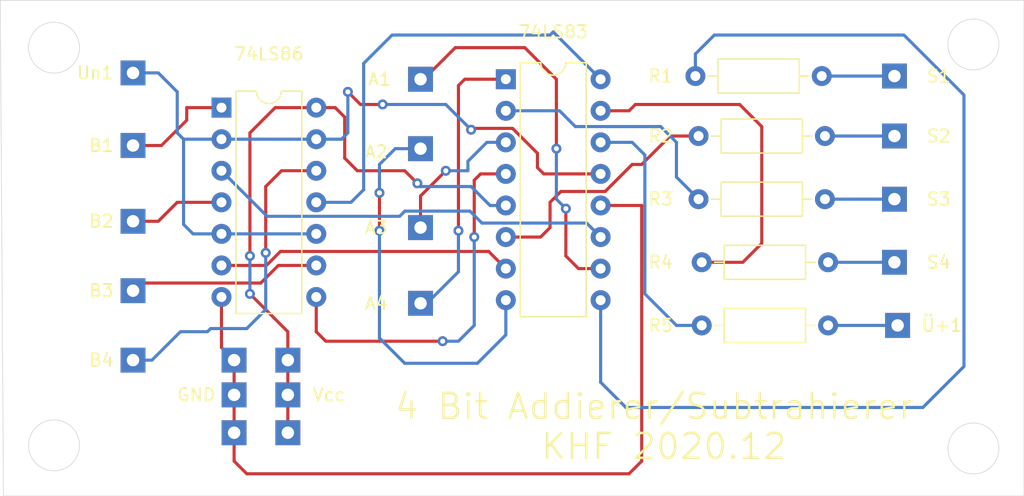
<source format=kicad_pcb>
(kicad_pcb (version 20221018) (generator pcbnew)
  (layers (0 "F.Cu" signal) (31 "B.Cu" signal) (34 "B.Paste" user) (35 "F.Paste" user) (36 "B.SilkS" user "B.Silkscreen") (37 "F.SilkS" user "F.Silkscreen") (38 "B.Mask" user) (39 "F.Mask" user) (44 "Edge.Cuts" user))
  (net 0 "")
  (net 1 "Net-(R1-Pad2)")
  (net 2 "Net-(R1-Pad1)")
  (net 3 "Net-(R2-Pad1)")
  (net 4 "Net-(R2-Pad2)")
  (net 5 "Net-(R3-Pad2)")
  (net 6 "Net-(R3-Pad1)")
  (net 7 "Net-(R4-Pad1)")
  (net 8 "Net-(R4-Pad2)")
  (net 9 "Net-(R5-Pad1)")
  (net 10 "Net-(R5-Pad2)")
  (net 11 "Net-(U1-Pad1)")
  (net 12 "Net-(U2-Pad1)")
  (net 13 "Net-(U3-Pad1)")
  (net 14 "Net-(U4-Pad1)")
  (net 15 "Net-(U5-Pad1)")
  (net 16 "+5V")
  (net 17 "Net-(U13-Pad4)")
  (net 18 "Net-(U13-Pad11)")
  (net 19 "Net-(U13-Pad16)")
  (net 20 "Net-(U13-Pad7)")
  (net 21 "GND")
  (net 22 "Net-(U13-Pad10)")
  (net 23 "Net-(U10-Pad1)")
  (net 24 "Net-(U11-Pad1)")
  (net 25 "Net-(U12-Pad1)")
  (footprint "Resistor_THT:R_Axial_DIN0207_L6.3mm_D2.5mm_P10.16mm_Horizontal" (layer "F.Cu") (at 142.748 114.046 180)
    (fp_text reference "R1" (at 12.954 0) (layer "F.SilkS"))
    (fp_text value "R")
    (fp_line (start 1.04 0) (end 1.81 0) (stroke (width 0.12)) (layer "F.SilkS"))
    (fp_line (start 1.81 -1.37) (end 1.81 1.37) (stroke (width 0.12)) (layer "F.SilkS"))
    (fp_line (start 1.81 1.37) (end 8.35 1.37) (stroke (width 0.12)) (layer "F.SilkS"))
    (fp_line (start 8.35 -1.37) (end 1.81 -1.37) (stroke (width 0.12)) (layer "F.SilkS"))
    (fp_line (start 8.35 1.37) (end 8.35 -1.37) (stroke (width 0.12)) (layer "F.SilkS"))
    (fp_line (start 9.12 0) (end 8.35 0) (stroke (width 0.12)) (layer "F.SilkS"))
    (pad "1" thru_hole circle (at 0 0 180) (size 1.6 1.6) (drill 0.8) (layers "*.Cu" "*.Mask") (net 2 "Net-(R1-Pad1)"))
    (pad "2" thru_hole oval (at 10.16 0 180) (size 1.6 1.6) (drill 0.8) (layers "*.Cu" "*.Mask") (net 1 "Net-(R1-Pad2)"))
  )
  (footprint "Resistor_THT:R_Axial_DIN0207_L6.3mm_D2.5mm_P10.16mm_Horizontal" (layer "F.Cu") (at 143.002 118.872 180)
    (fp_text reference "R2" (at 13.208 0) (layer "F.SilkS"))
    (fp_text value "R")
    (fp_line (start 1.04 0) (end 1.81 0) (stroke (width 0.12)) (layer "F.SilkS"))
    (fp_line (start 1.81 -1.37) (end 1.81 1.37) (stroke (width 0.12)) (layer "F.SilkS"))
    (fp_line (start 1.81 1.37) (end 8.35 1.37) (stroke (width 0.12)) (layer "F.SilkS"))
    (fp_line (start 8.35 -1.37) (end 1.81 -1.37) (stroke (width 0.12)) (layer "F.SilkS"))
    (fp_line (start 8.35 1.37) (end 8.35 -1.37) (stroke (width 0.12)) (layer "F.SilkS"))
    (fp_line (start 9.12 0) (end 8.35 0) (stroke (width 0.12)) (layer "F.SilkS"))
    (pad "1" thru_hole circle (at 0 0 180) (size 1.6 1.6) (drill 0.8) (layers "*.Cu" "*.Mask") (net 3 "Net-(R2-Pad1)"))
    (pad "2" thru_hole oval (at 10.16 0 180) (size 1.6 1.6) (drill 0.8) (layers "*.Cu" "*.Mask") (net 4 "Net-(R2-Pad2)"))
  )
  (footprint "Resistor_THT:R_Axial_DIN0207_L6.3mm_D2.5mm_P10.16mm_Horizontal" (layer "F.Cu") (at 143.002 123.952 180)
    (fp_text reference "R3" (at 13.208 0) (layer "F.SilkS"))
    (fp_text value "R")
    (fp_line (start 1.04 0) (end 1.81 0) (stroke (width 0.12)) (layer "F.SilkS"))
    (fp_line (start 1.81 -1.37) (end 1.81 1.37) (stroke (width 0.12)) (layer "F.SilkS"))
    (fp_line (start 1.81 1.37) (end 8.35 1.37) (stroke (width 0.12)) (layer "F.SilkS"))
    (fp_line (start 8.35 -1.37) (end 1.81 -1.37) (stroke (width 0.12)) (layer "F.SilkS"))
    (fp_line (start 8.35 1.37) (end 8.35 -1.37) (stroke (width 0.12)) (layer "F.SilkS"))
    (fp_line (start 9.12 0) (end 8.35 0) (stroke (width 0.12)) (layer "F.SilkS"))
    (pad "1" thru_hole circle (at 0 0 180) (size 1.6 1.6) (drill 0.8) (layers "*.Cu" "*.Mask") (net 6 "Net-(R3-Pad1)"))
    (pad "2" thru_hole oval (at 10.16 0 180) (size 1.6 1.6) (drill 0.8) (layers "*.Cu" "*.Mask") (net 5 "Net-(R3-Pad2)"))
  )
  (footprint "Resistor_THT:R_Axial_DIN0207_L6.3mm_D2.5mm_P10.16mm_Horizontal" (layer "F.Cu") (at 143.256 129.032 180)
    (fp_text reference "R4" (at 13.462 0) (layer "F.SilkS"))
    (fp_text value "R")
    (fp_line (start 1.04 0) (end 1.81 0) (stroke (width 0.12)) (layer "F.SilkS"))
    (fp_line (start 1.81 -1.37) (end 1.81 1.37) (stroke (width 0.12)) (layer "F.SilkS"))
    (fp_line (start 1.81 1.37) (end 8.35 1.37) (stroke (width 0.12)) (layer "F.SilkS"))
    (fp_line (start 8.35 -1.37) (end 1.81 -1.37) (stroke (width 0.12)) (layer "F.SilkS"))
    (fp_line (start 8.35 1.37) (end 8.35 -1.37) (stroke (width 0.12)) (layer "F.SilkS"))
    (fp_line (start 9.12 0) (end 8.35 0) (stroke (width 0.12)) (layer "F.SilkS"))
    (pad "1" thru_hole circle (at 0 0 180) (size 1.6 1.6) (drill 0.8) (layers "*.Cu" "*.Mask") (net 7 "Net-(R4-Pad1)"))
    (pad "2" thru_hole oval (at 10.16 0 180) (size 1.6 1.6) (drill 0.8) (layers "*.Cu" "*.Mask") (net 8 "Net-(R4-Pad2)"))
  )
  (footprint "Resistor_THT:R_Axial_DIN0207_L6.3mm_D2.5mm_P10.16mm_Horizontal" (layer "F.Cu") (at 143.256 134.112 180)
    (fp_text reference "R5" (at 13.462 0) (layer "F.SilkS"))
    (fp_text value "R")
    (fp_line (start 1.04 0) (end 1.81 0) (stroke (width 0.12)) (layer "F.SilkS"))
    (fp_line (start 1.81 -1.37) (end 1.81 1.37) (stroke (width 0.12)) (layer "F.SilkS"))
    (fp_line (start 1.81 1.37) (end 8.35 1.37) (stroke (width 0.12)) (layer "F.SilkS"))
    (fp_line (start 8.35 -1.37) (end 1.81 -1.37) (stroke (width 0.12)) (layer "F.SilkS"))
    (fp_line (start 8.35 1.37) (end 8.35 -1.37) (stroke (width 0.12)) (layer "F.SilkS"))
    (fp_line (start 9.12 0) (end 8.35 0) (stroke (width 0.12)) (layer "F.SilkS"))
    (pad "1" thru_hole circle (at 0 0 180) (size 1.6 1.6) (drill 0.8) (layers "*.Cu" "*.Mask") (net 9 "Net-(R5-Pad1)"))
    (pad "2" thru_hole oval (at 10.16 0 180) (size 1.6 1.6) (drill 0.8) (layers "*.Cu" "*.Mask") (net 10 "Net-(R5-Pad2)"))
  )
  (footprint "KHF_LIB:LP" (layer "F.Cu") (at 87.376 113.792)
    (fp_text reference "Un1" (at -3.048 0) (layer "F.SilkS"))
    (fp_text value "Un1")
    (pad "1" thru_hole rect (at 0 0) (size 2 2) (drill 1) (layers "*.Cu" "*.Mask") (net 11 "Net-(U1-Pad1)"))
  )
  (footprint "KHF_LIB:LP" (layer "F.Cu") (at 87.376 119.634)
    (fp_text reference "B1" (at -2.54 0) (layer "F.SilkS"))
    (fp_text value "B1")
    (pad "1" thru_hole rect (at 0 0) (size 2 2) (drill 1) (layers "*.Cu" "*.Mask") (net 12 "Net-(U2-Pad1)"))
  )
  (footprint "KHF_LIB:LP" (layer "F.Cu") (at 87.376 125.73)
    (fp_text reference "B2" (at -2.54 0) (layer "F.SilkS"))
    (fp_text value "B2")
    (pad "1" thru_hole rect (at 0 0) (size 2 2) (drill 1) (layers "*.Cu" "*.Mask") (net 13 "Net-(U3-Pad1)"))
  )
  (footprint "KHF_LIB:LP" (layer "F.Cu") (at 87.376 131.318)
    (fp_text reference "B3" (at -2.54 0) (layer "F.SilkS"))
    (fp_text value "B3")
    (pad "1" thru_hole rect (at 0 0) (size 2 2) (drill 1) (layers "*.Cu" "*.Mask") (net 14 "Net-(U4-Pad1)"))
  )
  (footprint "KHF_LIB:LP" (layer "F.Cu") (at 87.376 136.906)
    (fp_text reference "B4" (at -2.54 0) (layer "F.SilkS"))
    (fp_text value "B4")
    (pad "1" thru_hole rect (at 0 0) (size 2 2) (drill 1) (layers "*.Cu" "*.Mask") (net 15 "Net-(U5-Pad1)"))
  )
  (footprint "KHF_LIB:LP" (layer "F.Cu") (at 99.822 136.906)
    (fp_text reference "Vcc" (at 3.302 2.794) (layer "F.SilkS"))
    (fp_text value "LP_A")
    (pad "1" thru_hole rect (at 0 0) (size 2 2) (drill 1) (layers "*.Cu" "*.Mask") (net 16 "+5V"))
  )
  (footprint "Package_DIP:DIP-14_W7.62mm" (layer "F.Cu") (at 94.488 116.586)
    (fp_text reference "74LS86" (at 3.81 -4.318) (layer "F.SilkS"))
    (fp_text value "7486")
    (fp_line (start 1.16 -1.33) (end 1.16 16.57) (stroke (width 0.12)) (layer "F.SilkS"))
    (fp_line (start 1.16 16.57) (end 6.46 16.57) (stroke (width 0.12)) (layer "F.SilkS"))
    (fp_line (start 2.81 -1.33) (end 1.16 -1.33) (stroke (width 0.12)) (layer "F.SilkS"))
    (fp_line (start 6.46 -1.33) (end 4.81 -1.33) (stroke (width 0.12)) (layer "F.SilkS"))
    (fp_line (start 6.46 16.57) (end 6.46 -1.33) (stroke (width 0.12)) (layer "F.SilkS"))
    (fp_arc (start 4.81 -1.33) (mid 3.81 -0.33) (end 2.81 -1.33) (stroke (width 0.12)) (layer "F.SilkS"))
    (pad "1" thru_hole rect (at 0 0) (size 1.6 1.6) (drill 0.8) (layers "*.Cu" "*.Mask") (net 12 "Net-(U2-Pad1)"))
    (pad "2" thru_hole oval (at 0 2.54) (size 1.6 1.6) (drill 0.8) (layers "*.Cu" "*.Mask") (net 11 "Net-(U1-Pad1)"))
    (pad "3" thru_hole oval (at 0 5.08) (size 1.6 1.6) (drill 0.8) (layers "*.Cu" "*.Mask") (net 18 "Net-(U13-Pad11)"))
    (pad "4" thru_hole oval (at 0 7.62) (size 1.6 1.6) (drill 0.8) (layers "*.Cu" "*.Mask") (net 13 "Net-(U3-Pad1)"))
    (pad "5" thru_hole oval (at 0 10.16) (size 1.6 1.6) (drill 0.8) (layers "*.Cu" "*.Mask") (net 11 "Net-(U1-Pad1)"))
    (pad "6" thru_hole oval (at 0 12.7) (size 1.6 1.6) (drill 0.8) (layers "*.Cu" "*.Mask") (net 20 "Net-(U13-Pad7)"))
    (pad "7" thru_hole oval (at 0 15.24) (size 1.6 1.6) (drill 0.8) (layers "*.Cu" "*.Mask") (net 21 "GND"))
    (pad "8" thru_hole oval (at 7.62 15.24) (size 1.6 1.6) (drill 0.8) (layers "*.Cu" "*.Mask") (net 17 "Net-(U13-Pad4)"))
    (pad "9" thru_hole oval (at 7.62 12.7) (size 1.6 1.6) (drill 0.8) (layers "*.Cu" "*.Mask") (net 14 "Net-(U4-Pad1)"))
    (pad "10" thru_hole oval (at 7.62 10.16) (size 1.6 1.6) (drill 0.8) (layers "*.Cu" "*.Mask") (net 11 "Net-(U1-Pad1)"))
    (pad "11" thru_hole oval (at 7.62 7.62) (size 1.6 1.6) (drill 0.8) (layers "*.Cu" "*.Mask") (net 19 "Net-(U13-Pad16)"))
    (pad "12" thru_hole oval (at 7.62 5.08) (size 1.6 1.6) (drill 0.8) (layers "*.Cu" "*.Mask") (net 15 "Net-(U5-Pad1)"))
    (pad "13" thru_hole oval (at 7.62 2.54) (size 1.6 1.6) (drill 0.8) (layers "*.Cu" "*.Mask") (net 11 "Net-(U1-Pad1)"))
    (pad "14" thru_hole oval (at 7.62 0) (size 1.6 1.6) (drill 0.8) (layers "*.Cu" "*.Mask") (net 16 "+5V"))
  )
  (footprint "KHF_LIB:LP" (layer "F.Cu") (at 95.504 136.906)
    (fp_text reference "GND" (at -3.048 2.794) (layer "F.SilkS"))
    (fp_text value "LP_E")
    (pad "1" thru_hole rect (at 0 0) (size 2 2) (drill 1) (layers "*.Cu" "*.Mask") (net 21 "GND"))
  )
  (footprint "KHF_LIB:LP" (layer "F.Cu") (at 110.49 114.3)
    (fp_text reference "A1" (at -3.302 0) (layer "F.SilkS"))
    (fp_text value "A1")
    (pad "1" thru_hole rect (at 0 0) (size 2 2) (drill 1) (layers "*.Cu" "*.Mask") (net 22 "Net-(U13-Pad10)"))
  )
  (footprint "KHF_LIB:LP" (layer "F.Cu") (at 110.49 119.888)
    (fp_text reference "A2" (at -3.556 0.254) (layer "F.SilkS"))
    (fp_text value "A2")
    (pad "1" thru_hole rect (at 0 0) (size 2 2) (drill 1) (layers "*.Cu" "*.Mask") (net 23 "Net-(U10-Pad1)"))
  )
  (footprint "KHF_LIB:LP" (layer "F.Cu") (at 110.49 126.238)
    (fp_text reference "A3" (at -3.556 0) (layer "F.SilkS"))
    (fp_text value "A3")
    (pad "1" thru_hole rect (at 0 0) (size 2 2) (drill 1) (layers "*.Cu" "*.Mask") (net 24 "Net-(U11-Pad1)"))
  )
  (footprint "KHF_LIB:LP" (layer "F.Cu") (at 110.49 132.334)
    (fp_text reference "A4" (at -3.556 0) (layer "F.SilkS"))
    (fp_text value "A4")
    (pad "1" thru_hole rect (at 0 0) (size 2 2) (drill 1) (layers "*.Cu" "*.Mask") (net 25 "Net-(U12-Pad1)"))
  )
  (footprint "Package_DIP:DIP-16_W7.62mm" (layer "F.Cu") (at 117.348 114.3)
    (fp_text reference "74LS83" (at 3.81 -3.81) (layer "F.SilkS"))
    (fp_text value "7483")
    (fp_line (start 1.16 -1.33) (end 1.16 19.11) (stroke (width 0.12)) (layer "F.SilkS"))
    (fp_line (start 1.16 19.11) (end 6.46 19.11) (stroke (width 0.12)) (layer "F.SilkS"))
    (fp_line (start 2.81 -1.33) (end 1.16 -1.33) (stroke (width 0.12)) (layer "F.SilkS"))
    (fp_line (start 6.46 -1.33) (end 4.81 -1.33) (stroke (width 0.12)) (layer "F.SilkS"))
    (fp_line (start 6.46 19.11) (end 6.46 -1.33) (stroke (width 0.12)) (layer "F.SilkS"))
    (fp_arc (start 4.81 -1.33) (mid 3.81 -0.33) (end 2.81 -1.33) (stroke (width 0.12)) (layer "F.SilkS"))
    (pad "1" thru_hole rect (at 0 0) (size 1.6 1.6) (drill 0.8) (layers "*.Cu" "*.Mask") (net 25 "Net-(U12-Pad1)"))
    (pad "2" thru_hole oval (at 0 2.54) (size 1.6 1.6) (drill 0.8) (layers "*.Cu" "*.Mask") (net 5 "Net-(R3-Pad2)"))
    (pad "3" thru_hole oval (at 0 5.08) (size 1.6 1.6) (drill 0.8) (layers "*.Cu" "*.Mask") (net 24 "Net-(U11-Pad1)"))
    (pad "4" thru_hole oval (at 0 7.62) (size 1.6 1.6) (drill 0.8) (layers "*.Cu" "*.Mask") (net 17 "Net-(U13-Pad4)"))
    (pad "5" thru_hole oval (at 0 10.16) (size 1.6 1.6) (drill 0.8) (layers "*.Cu" "*.Mask") (net 16 "+5V"))
    (pad "6" thru_hole oval (at 0 12.7) (size 1.6 1.6) (drill 0.8) (layers "*.Cu" "*.Mask") (net 4 "Net-(R2-Pad2)"))
    (pad "7" thru_hole oval (at 0 15.24) (size 1.6 1.6) (drill 0.8) (layers "*.Cu" "*.Mask") (net 20 "Net-(U13-Pad7)"))
    (pad "8" thru_hole oval (at 0 17.78) (size 1.6 1.6) (drill 0.8) (layers "*.Cu" "*.Mask") (net 23 "Net-(U10-Pad1)"))
    (pad "9" thru_hole oval (at 7.62 17.78) (size 1.6 1.6) (drill 0.8) (layers "*.Cu" "*.Mask") (net 1 "Net-(R1-Pad2)"))
    (pad "10" thru_hole oval (at 7.62 15.24) (size 1.6 1.6) (drill 0.8) (layers "*.Cu" "*.Mask") (net 22 "Net-(U13-Pad10)"))
    (pad "11" thru_hole oval (at 7.62 12.7) (size 1.6 1.6) (drill 0.8) (layers "*.Cu" "*.Mask") (net 18 "Net-(U13-Pad11)"))
    (pad "12" thru_hole oval (at 7.62 10.16) (size 1.6 1.6) (drill 0.8) (layers "*.Cu" "*.Mask") (net 21 "GND"))
    (pad "13" thru_hole oval (at 7.62 7.62) (size 1.6 1.6) (drill 0.8) (layers "*.Cu" "*.Mask") (net 11 "Net-(U1-Pad1)"))
    (pad "14" thru_hole oval (at 7.62 5.08) (size 1.6 1.6) (drill 0.8) (layers "*.Cu" "*.Mask") (net 10 "Net-(R5-Pad2)"))
    (pad "15" thru_hole oval (at 7.62 2.54) (size 1.6 1.6) (drill 0.8) (layers "*.Cu" "*.Mask") (net 8 "Net-(R4-Pad2)"))
    (pad "16" thru_hole oval (at 7.62 0) (size 1.6 1.6) (drill 0.8) (layers "*.Cu" "*.Mask") (net 19 "Net-(U13-Pad16)"))
  )
  (footprint "KHF_LIB:LP" (layer "F.Cu") (at 148.59 114.046)
    (fp_text reference "S1" (at 3.556 0) (layer "F.SilkS"))
    (fp_text value "LP_E")
    (pad "1" thru_hole rect (at 0 0) (size 2 2) (drill 1) (layers "*.Cu" "*.Mask") (net 2 "Net-(R1-Pad1)"))
  )
  (footprint "KHF_LIB:LP" (layer "F.Cu") (at 148.59 118.872)
    (fp_text reference "S2" (at 3.556 0) (layer "F.SilkS"))
    (fp_text value "LP_E")
    (pad "1" thru_hole rect (at 0 0) (size 2 2) (drill 1) (layers "*.Cu" "*.Mask") (net 3 "Net-(R2-Pad1)"))
  )
  (footprint "KHF_LIB:LP" (layer "F.Cu") (at 148.59 123.952)
    (fp_text reference "S3" (at 3.556 0) (layer "F.SilkS"))
    (fp_text value "LP_E")
    (pad "1" thru_hole rect (at 0 0) (size 2 2) (drill 1) (layers "*.Cu" "*.Mask") (net 6 "Net-(R3-Pad1)"))
  )
  (footprint "KHF_LIB:LP" (layer "F.Cu") (at 148.59 129.032)
    (fp_text reference "S4" (at 3.556 0) (layer "F.SilkS"))
    (fp_text value "LP_E")
    (pad "1" thru_hole rect (at 0 0) (size 2 2) (drill 1) (layers "*.Cu" "*.Mask") (net 7 "Net-(R4-Pad1)"))
  )
  (footprint "KHF_LIB:LP" (layer "F.Cu") (at 148.844 134.112)
    (fp_text reference "Ü+1" (at 3.556 0) (layer "F.SilkS"))
    (fp_text value "LP_E")
    (pad "1" thru_hole rect (at 0 0) (size 2 2) (drill 1) (layers "*.Cu" "*.Mask") (net 9 "Net-(R5-Pad1)"))
  )
  (footprint "KHF_LIB:LP" (layer "F.Cu") (at 95.504 142.748)
    (fp_text reference "GND")
    (fp_text value "LP_A")
    (pad "1" thru_hole rect (at 0 0) (size 2 2) (drill 1) (layers "*.Cu" "*.Mask") (net 21 "GND"))
  )
  (footprint "KHF_LIB:LP" (layer "F.Cu") (at 99.822 142.748)
    (fp_text reference "Vcc")
    (fp_text value "LP_A")
    (pad "1" thru_hole rect (at 0 0) (size 2 2) (drill 1) (layers "*.Cu" "*.Mask") (net 16 "+5V"))
  )
  (footprint "KHF_LIB:LP" (layer "F.Cu") (at 99.822 139.7)
    (fp_text reference "Vcc")
    (fp_text value "LP_A")
    (pad "1" thru_hole rect (at 0 0) (size 2 2) (drill 1) (layers "*.Cu" "*.Mask") (net 16 "+5V"))
  )
  (footprint "KHF_LIB:LP" (layer "F.Cu") (at 95.504 139.7)
    (fp_text reference "GND")
    (fp_text value "LP_A")
    (pad "1" thru_hole rect (at 0 0) (size 2 2) (drill 1) (layers "*.Cu" "*.Mask") (net 21 "GND"))
  )
  (gr_line (start 76.962 147.828) (end 76.708 107.95) (stroke (width 0.05)) (layer "Edge.Cuts"))
  (gr_circle (center 154.94 144.018) (end 156.99 144.018) (stroke (width 0.05)) (fill none) (layer "Edge.Cuts"))
  (gr_line (start 76.708 107.95) (end 159.004 107.95) (stroke (width 0.05)) (layer "Edge.Cuts"))
  (gr_circle (center 81.026 143.764) (end 83.076 143.764) (stroke (width 0.05)) (fill none) (layer "Edge.Cuts"))
  (gr_circle (center 154.94 111.506) (end 156.99 111.506) (stroke (width 0.05)) (fill none) (layer "Edge.Cuts"))
  (gr_line (start 159.004 107.95) (end 159.004 147.828) (stroke (width 0.05)) (layer "Edge.Cuts"))
  (gr_line (start 159.004 147.828) (end 76.962 147.828) (stroke (width 0.05)) (layer "Edge.Cuts"))
  (gr_circle (center 81.026 111.76) (end 83.076 111.76) (stroke (width 0.05)) (fill none) (layer "Edge.Cuts"))
  (gr_text "4 Bit Addierer/Subtrahierer \nKHF 2020.12" (at 130.048 142.24) (layer "F.SilkS") (effects (font (size 2 2) (thickness 0.2))))
  (segment (start 154.178 115.57) (end 154.178 137.414) (width 0.25) (layer "B.Cu") (net 1))
  (segment (start 154.178 137.414) (end 150.876 140.716) (width 0.25) (layer "B.Cu") (net 1))
  (segment (start 127 140.716) (end 124.968 138.684) (width 0.25) (layer "B.Cu") (net 1))
  (segment (start 134.112 110.744) (end 149.352 110.744) (width 0.25) (layer "B.Cu") (net 1))
  (segment (start 132.588 114.046) (end 132.588 112.268) (width 0.25) (layer "B.Cu") (net 1))
  (segment (start 150.876 140.716) (end 127 140.716) (width 0.25) (layer "B.Cu") (net 1))
  (segment (start 124.968 138.684) (end 124.968 132.08) (width 0.25) (layer "B.Cu") (net 1))
  (segment (start 149.352 110.744) (end 154.178 115.57) (width 0.25) (layer "B.Cu") (net 1))
  (segment (start 132.588 112.268) (end 134.112 110.744) (width 0.25) (layer "B.Cu") (net 1))
  (segment (start 142.748 114.046) (end 148.59 114.046) (width 0.25) (layer "B.Cu") (net 2))
  (segment (start 143.002 118.872) (end 148.59 118.872) (width 0.25) (layer "B.Cu") (net 3))
  (segment (start 132.842 118.872) (end 130.556 118.872) (width 0.25) (layer "F.Cu") (net 4))
  (segment (start 120.142 127) (end 117.348 127) (width 0.25) (layer "F.Cu") (net 4))
  (segment (start 130.556 118.872) (end 128.27 121.158) (width 0.25) (layer "F.Cu") (net 4))
  (segment (start 120.904 126.238) (end 120.142 127) (width 0.25) (layer "F.Cu") (net 4))
  (segment (start 121.775001 123.334999) (end 120.904 124.206) (width 0.25) (layer "F.Cu") (net 4))
  (segment (start 125.331001 123.334999) (end 121.775001 123.334999) (width 0.25) (layer "F.Cu") (net 4))
  (segment (start 127.508 121.158) (end 125.331001 123.334999) (width 0.25) (layer "F.Cu") (net 4))
  (segment (start 120.904 124.206) (end 120.904 126.238) (width 0.25) (layer "F.Cu") (net 4))
  (segment (start 128.27 121.158) (end 127.508 121.158) (width 0.25) (layer "F.Cu") (net 4))
  (segment (start 132.842 123.952) (end 131.064 122.174) (width 0.25) (layer "B.Cu") (net 5))
  (segment (start 122.936 118.11) (end 121.666 116.84) (width 0.25) (layer "B.Cu") (net 5))
  (segment (start 131.064 119.38) (end 129.794 118.11) (width 0.25) (layer "B.Cu") (net 5))
  (segment (start 131.064 122.174) (end 131.064 119.38) (width 0.25) (layer "B.Cu") (net 5))
  (segment (start 121.666 116.84) (end 117.348 116.84) (width 0.25) (layer "B.Cu") (net 5))
  (segment (start 129.794 118.11) (end 122.936 118.11) (width 0.25) (layer "B.Cu") (net 5))
  (segment (start 143.002 123.952) (end 148.59 123.952) (width 0.25) (layer "B.Cu") (net 6))
  (segment (start 143.256 129.032) (end 148.59 129.032) (width 0.25) (layer "B.Cu") (net 7))
  (segment (start 124.968 116.84) (end 127.254 116.84) (width 0.25) (layer "F.Cu") (net 8))
  (segment (start 127.762 116.332) (end 136.144 116.332) (width 0.25) (layer "F.Cu") (net 8))
  (segment (start 136.144 116.332) (end 137.922 118.11) (width 0.25) (layer "F.Cu") (net 8))
  (segment (start 136.398 129.032) (end 133.096 129.032) (width 0.25) (layer "F.Cu") (net 8))
  (segment (start 137.922 118.11) (end 137.922 127.508) (width 0.25) (layer "F.Cu") (net 8))
  (segment (start 137.922 127.508) (end 136.398 129.032) (width 0.25) (layer "F.Cu") (net 8))
  (segment (start 127.254 116.84) (end 127.762 116.332) (width 0.25) (layer "F.Cu") (net 8))
  (segment (start 143.256 134.112) (end 148.844 134.112) (width 0.25) (layer "B.Cu") (net 9))
  (segment (start 128.524 131.572) (end 131.064 134.112) (width 0.25) (layer "B.Cu") (net 10))
  (segment (start 131.064 134.112) (end 133.096 134.112) (width 0.25) (layer "B.Cu") (net 10))
  (segment (start 124.968 119.38) (end 127.508 119.38) (width 0.25) (layer "B.Cu") (net 10))
  (segment (start 128.524 120.396) (end 128.524 131.572) (width 0.25) (layer "B.Cu") (net 10))
  (segment (start 127.508 119.38) (end 128.524 120.396) (width 0.25) (layer "B.Cu") (net 10))
  (segment (start 105.664 116.332) (end 104.648 115.316) (width 0.25) (layer "F.Cu") (net 11))
  (segment (start 114.663001 118.254999) (end 114.554 118.364) (width 0.25) (layer "F.Cu") (net 11))
  (segment (start 119.888 121.412) (end 119.888 120.254998) (width 0.25) (layer "F.Cu") (net 11))
  (segment (start 124.968 121.92) (end 120.396 121.92) (width 0.25) (layer "F.Cu") (net 11))
  (segment (start 120.396 121.92) (end 119.888 121.412) (width 0.25) (layer "F.Cu") (net 11))
  (segment (start 117.888001 118.254999) (end 114.663001 118.254999) (width 0.25) (layer "F.Cu") (net 11))
  (segment (start 107.442 116.332) (end 105.664 116.332) (width 0.25) (layer "F.Cu") (net 11))
  (segment (start 119.888 120.254998) (end 117.888001 118.254999) (width 0.25) (layer "F.Cu") (net 11))
  (via (at 107.442 116.332) (size 0.8) (drill 0.4) (layers "F.Cu" "B.Cu") (net 11))
  (via (at 104.648 115.316) (size 0.8) (drill 0.4) (layers "F.Cu" "B.Cu") (net 11))
  (via (at 114.554 118.364) (size 0.8) (drill 0.4) (layers "F.Cu" "B.Cu") (net 11))
  (segment (start 94.488 119.126) (end 91.44 119.126) (width 0.25) (layer "B.Cu") (net 11))
  (segment (start 90.932 115.316) (end 90.932 118.618) (width 0.25) (layer "B.Cu") (net 11))
  (segment (start 92.202 126.746) (end 94.488 126.746) (width 0.25) (layer "B.Cu") (net 11))
  (segment (start 94.488 126.746) (end 102.108 126.746) (width 0.25) (layer "B.Cu") (net 11))
  (segment (start 91.44 119.126) (end 91.44 125.984) (width 0.25) (layer "B.Cu") (net 11))
  (segment (start 87.376 113.792) (end 89.408 113.792) (width 0.25) (layer "B.Cu") (net 11))
  (segment (start 104.14 119.126) (end 102.108 119.126) (width 0.25) (layer "B.Cu") (net 11))
  (segment (start 104.648 118.618) (end 104.14 119.126) (width 0.25) (layer "B.Cu") (net 11))
  (segment (start 112.522 116.332) (end 107.442 116.332) (width 0.25) (layer "B.Cu") (net 11))
  (segment (start 114.554 118.364) (end 112.522 116.332) (width 0.25) (layer "B.Cu") (net 11))
  (segment (start 89.408 113.792) (end 90.932 115.316) (width 0.25) (layer "B.Cu") (net 11))
  (segment (start 91.44 125.984) (end 92.202 126.746) (width 0.25) (layer "B.Cu") (net 11))
  (segment (start 94.488 119.126) (end 102.108 119.126) (width 0.25) (layer "B.Cu") (net 11))
  (segment (start 104.648 115.316) (end 104.648 118.618) (width 0.25) (layer "B.Cu") (net 11))
  (segment (start 90.932 118.618) (end 91.44 119.126) (width 0.25) (layer "B.Cu") (net 11))
  (segment (start 91.694 116.586) (end 94.488 116.586) (width 0.25) (layer "F.Cu") (net 12))
  (segment (start 89.662 119.634) (end 91.694 117.602) (width 0.25) (layer "F.Cu") (net 12))
  (segment (start 87.376 119.634) (end 89.662 119.634) (width 0.25) (layer "F.Cu") (net 12))
  (segment (start 91.694 117.602) (end 91.694 116.586) (width 0.25) (layer "F.Cu") (net 12))
  (segment (start 87.376 125.73) (end 89.408 125.73) (width 0.25) (layer "F.Cu") (net 13))
  (segment (start 90.932 124.206) (end 94.488 124.206) (width 0.25) (layer "F.Cu") (net 13))
  (segment (start 89.408 125.73) (end 90.932 124.206) (width 0.25) (layer "F.Cu") (net 13))
  (segment (start 99.06 129.286) (end 102.108 129.286) (width 0.25) (layer "F.Cu") (net 14))
  (segment (start 87.993001 130.700999) (end 97.645001 130.700999) (width 0.25) (layer "F.Cu") (net 14))
  (segment (start 87.376 131.318) (end 87.993001 130.700999) (width 0.25) (layer "F.Cu") (net 14))
  (segment (start 97.645001 130.700999) (end 99.06 129.286) (width 0.25) (layer "F.Cu") (net 14))
  (segment (start 98.044 122.936) (end 99.314 121.666) (width 0.25) (layer "F.Cu") (net 15))
  (segment (start 98.044 128.27) (end 98.044 122.936) (width 0.25) (layer "F.Cu") (net 15))
  (segment (start 99.314 121.666) (end 102.108 121.666) (width 0.25) (layer "F.Cu") (net 15))
  (via (at 98.044 128.27) (size 0.8) (drill 0.4) (layers "F.Cu" "B.Cu") (net 15))
  (segment (start 88.9 136.906) (end 91.186 134.62) (width 0.25) (layer "B.Cu") (net 15))
  (segment (start 87.376 136.906) (end 88.9 136.906) (width 0.25) (layer "B.Cu") (net 15))
  (segment (start 91.186 134.62) (end 93.359002 134.62) (width 0.25) (layer "B.Cu") (net 15))
  (segment (start 93.359002 134.62) (end 93.613002 134.366) (width 0.25) (layer "B.Cu") (net 15))
  (segment (start 96.52 134.366) (end 98.044 132.842) (width 0.25) (layer "B.Cu") (net 15))
  (segment (start 98.044 132.842) (end 98.044 128.27) (width 0.25) (layer "B.Cu") (net 15))
  (segment (start 93.613002 134.366) (end 96.52 134.366) (width 0.25) (layer "B.Cu") (net 15))
  (segment (start 103.632 116.586) (end 102.108 116.586) (width 0.25) (layer "F.Cu") (net 16))
  (segment (start 104.394 120.65) (end 104.394 117.348) (width 0.25) (layer "F.Cu") (net 16))
  (segment (start 110.236 122.682) (end 109.22 121.666) (width 0.25) (layer "F.Cu") (net 16))
  (segment (start 98.806 116.586) (end 96.774 118.618) (width 0.25) (layer "F.Cu") (net 16))
  (segment (start 99.822 136.906) (end 99.822 139.7) (width 0.25) (layer "F.Cu") (net 16))
  (segment (start 104.394 117.348) (end 103.632 116.586) (width 0.25) (layer "F.Cu") (net 16))
  (segment (start 105.41 121.666) (end 104.394 120.65) (width 0.25) (layer "F.Cu") (net 16))
  (segment (start 96.774 118.618) (end 96.774 128.27) (width 0.25) (layer "F.Cu") (net 16))
  (segment (start 96.774 128.27) (end 96.774 128.524) (width 0.25) (layer "F.Cu") (net 16))
  (segment (start 99.822 139.7) (end 99.822 142.748) (width 0.25) (layer "F.Cu") (net 16))
  (segment (start 102.108 116.586) (end 98.806 116.586) (width 0.25) (layer "F.Cu") (net 16))
  (segment (start 99.822 134.62) (end 99.822 136.906) (width 0.25) (layer "F.Cu") (net 16))
  (segment (start 109.22 121.666) (end 105.41 121.666) (width 0.25) (layer "F.Cu") (net 16))
  (segment (start 96.774 131.572) (end 99.822 134.62) (width 0.25) (layer "F.Cu") (net 16))
  (via (at 96.774 131.572) (size 0.8) (drill 0.4) (layers "F.Cu" "B.Cu") (net 16))
  (via (at 96.774 128.524) (size 0.8) (drill 0.4) (layers "F.Cu" "B.Cu") (net 16))
  (via (at 110.236 122.682) (size 0.8) (drill 0.4) (layers "F.Cu" "B.Cu") (net 16))
  (segment (start 96.774 128.524) (end 96.774 131.572) (width 0.25) (layer "B.Cu") (net 16))
  (segment (start 116.078 124.46) (end 114.554 122.936) (width 0.25) (layer "B.Cu") (net 16))
  (segment (start 114.554 122.936) (end 110.49 122.936) (width 0.25) (layer "B.Cu") (net 16))
  (segment (start 117.348 124.46) (end 116.078 124.46) (width 0.25) (layer "B.Cu") (net 16))
  (segment (start 110.49 122.936) (end 110.236 122.682) (width 0.25) (layer "B.Cu") (net 16))
  (segment (start 117.348 121.92) (end 115.316 121.92) (width 0.25) (layer "F.Cu") (net 17))
  (segment (start 115.316 121.92) (end 114.808 122.428) (width 0.25) (layer "F.Cu") (net 17))
  (segment (start 114.808 122.428) (end 114.808 127) (width 0.25) (layer "F.Cu") (net 17))
  (segment (start 102.87 135.382) (end 102.108 134.62) (width 0.25) (layer "F.Cu") (net 17))
  (segment (start 102.108 134.62) (end 102.108 131.826) (width 0.25) (layer "F.Cu") (net 17))
  (segment (start 112.268 135.382) (end 102.87 135.382) (width 0.25) (layer "F.Cu") (net 17))
  (via (at 114.808 127) (size 0.8) (drill 0.4) (layers "F.Cu" "B.Cu") (net 17))
  (via (at 112.268 135.382) (size 0.8) (drill 0.4) (layers "F.Cu" "B.Cu") (net 17))
  (segment (start 114.808 127) (end 114.808 134.112) (width 0.25) (layer "B.Cu") (net 17))
  (segment (start 113.538 135.382) (end 112.268 135.382) (width 0.25) (layer "B.Cu") (net 17))
  (segment (start 114.808 134.112) (end 113.538 135.382) (width 0.25) (layer "B.Cu") (net 17))
  (segment (start 123.842999 125.874999) (end 115.425001 125.874999) (width 0.25) (layer "B.Cu") (net 18))
  (segment (start 124.968 127) (end 123.842999 125.874999) (width 0.25) (layer "B.Cu") (net 18))
  (segment (start 114.463001 124.912999) (end 109.229999 124.912999) (width 0.25) (layer "B.Cu") (net 18))
  (segment (start 98.153001 125.331001) (end 94.488 121.666) (width 0.25) (layer "B.Cu") (net 18))
  (segment (start 108.811997 125.331001) (end 98.153001 125.331001) (width 0.25) (layer "B.Cu") (net 18))
  (segment (start 109.229999 124.912999) (end 108.811997 125.331001) (width 0.25) (layer "B.Cu") (net 18))
  (segment (start 115.425001 125.874999) (end 114.463001 124.912999) (width 0.25) (layer "B.Cu") (net 18))
  (segment (start 104.902 124.206) (end 102.108 124.206) (width 0.25) (layer "B.Cu") (net 19))
  (segment (start 105.918 113.03) (end 105.918 123.19) (width 0.25) (layer "B.Cu") (net 19))
  (segment (start 105.918 123.19) (end 104.902 124.206) (width 0.25) (layer "B.Cu") (net 19))
  (segment (start 120.904 110.744) (end 108.204 110.744) (width 0.25) (layer "B.Cu") (net 19))
  (segment (start 121.158 110.49) (end 120.904 110.744) (width 0.25) (layer "B.Cu") (net 19))
  (segment (start 108.204 110.744) (end 105.918 113.03) (width 0.25) (layer "B.Cu") (net 19))
  (segment (start 124.968 114.3) (end 121.158 110.49) (width 0.25) (layer "B.Cu") (net 19))
  (segment (start 98.101002 129.286) (end 94.488 129.286) (width 0.25) (layer "F.Cu") (net 20))
  (segment (start 99.226003 128.160999) (end 98.101002 129.286) (width 0.25) (layer "F.Cu") (net 20))
  (segment (start 115.968999 128.160999) (end 99.226003 128.160999) (width 0.25) (layer "F.Cu") (net 20))
  (segment (start 117.348 129.54) (end 115.968999 128.160999) (width 0.25) (layer "F.Cu") (net 20))
  (segment (start 128.27 124.46) (end 128.27 145.034) (width 0.25) (layer "F.Cu") (net 21))
  (segment (start 96.52 146.05) (end 95.504 145.034) (width 0.25) (layer "F.Cu") (net 21))
  (segment (start 128.27 145.034) (end 127.254 146.05) (width 0.25) (layer "F.Cu") (net 21))
  (segment (start 95.504 142.748) (end 95.504 139.7) (width 0.25) (layer "F.Cu") (net 21))
  (segment (start 95.504 145.034) (end 95.504 142.748) (width 0.25) (layer "F.Cu") (net 21))
  (segment (start 124.968 124.46) (end 128.27 124.46) (width 0.25) (layer "F.Cu") (net 21))
  (segment (start 127.254 146.05) (end 96.52 146.05) (width 0.25) (layer "F.Cu") (net 21))
  (segment (start 94.488 135.89) (end 95.504 136.906) (width 0.25) (layer "F.Cu") (net 21))
  (segment (start 95.504 139.7) (end 95.504 136.906) (width 0.25) (layer "F.Cu") (net 21))
  (segment (start 94.488 131.826) (end 94.488 135.89) (width 0.25) (layer "F.Cu") (net 21))
  (segment (start 118.872 111.76) (end 121.412 114.3) (width 0.25) (layer "F.Cu") (net 22))
  (segment (start 110.49 114.3) (end 110.744 114.3) (width 0.25) (layer "F.Cu") (net 22))
  (segment (start 122.174 124.714) (end 122.174 128.524) (width 0.25) (layer "F.Cu") (net 22))
  (segment (start 110.744 114.3) (end 113.284 111.76) (width 0.25) (layer "F.Cu") (net 22))
  (segment (start 121.412 114.3) (end 121.412 119.888) (width 0.25) (layer "F.Cu") (net 22))
  (segment (start 122.174 128.524) (end 123.19 129.54) (width 0.25) (layer "F.Cu") (net 22))
  (segment (start 113.284 111.76) (end 118.872 111.76) (width 0.25) (layer "F.Cu") (net 22))
  (segment (start 123.19 129.54) (end 124.968 129.54) (width 0.25) (layer "F.Cu") (net 22))
  (via (at 121.412 119.888) (size 0.8) (drill 0.4) (layers "F.Cu" "B.Cu") (net 22))
  (via (at 122.174 124.714) (size 0.8) (drill 0.4) (layers "F.Cu" "B.Cu") (net 22))
  (segment (start 121.412 123.952) (end 122.174 124.714) (width 0.25) (layer "B.Cu") (net 22))
  (segment (start 121.412 119.888) (end 121.412 123.952) (width 0.25) (layer "B.Cu") (net 22))
  (segment (start 107.188 123.444) (end 107.188 126.492) (width 0.25) (layer "F.Cu") (net 23))
  (via (at 107.188 126.492) (size 0.8) (drill 0.4) (layers "F.Cu" "B.Cu") (net 23))
  (via (at 107.188 123.444) (size 0.8) (drill 0.4) (layers "F.Cu" "B.Cu") (net 23))
  (segment (start 107.188 121.158) (end 107.188 123.444) (width 0.25) (layer "B.Cu") (net 23))
  (segment (start 108.458 119.888) (end 107.188 121.158) (width 0.25) (layer "B.Cu") (net 23))
  (segment (start 107.188 135.128) (end 109.22 137.16) (width 0.25) (layer "B.Cu") (net 23))
  (segment (start 110.49 119.888) (end 108.458 119.888) (width 0.25) (layer "B.Cu") (net 23))
  (segment (start 117.348 134.874) (end 117.348 132.08) (width 0.25) (layer "B.Cu") (net 23))
  (segment (start 107.188 126.492) (end 107.188 135.128) (width 0.25) (layer "B.Cu") (net 23))
  (segment (start 115.062 137.16) (end 117.348 134.874) (width 0.25) (layer "B.Cu") (net 23))
  (segment (start 109.22 137.16) (end 115.062 137.16) (width 0.25) (layer "B.Cu") (net 23))
  (segment (start 110.49 126.238) (end 110.49 123.698) (width 0.25) (layer "F.Cu") (net 24))
  (segment (start 110.49 123.698) (end 112.522 121.666) (width 0.25) (layer "F.Cu") (net 24))
  (via (at 112.522 121.666) (size 0.8) (drill 0.4) (layers "F.Cu" "B.Cu") (net 24))
  (segment (start 114.3 121.666) (end 114.3 120.904) (width 0.25) (layer "B.Cu") (net 24))
  (segment (start 115.824 119.38) (end 117.348 119.38) (width 0.25) (layer "B.Cu") (net 24))
  (segment (start 112.522 121.666) (end 114.3 121.666) (width 0.25) (layer "B.Cu") (net 24))
  (segment (start 114.3 120.904) (end 115.824 119.38) (width 0.25) (layer "B.Cu") (net 24))
  (segment (start 113.538 114.808) (end 114.046 114.3) (width 0.25) (layer "F.Cu") (net 25))
  (segment (start 114.046 114.3) (end 117.348 114.3) (width 0.25) (layer "F.Cu") (net 25))
  (segment (start 113.538 126.492) (end 113.538 114.808) (width 0.25) (layer "F.Cu") (net 25))
  (via (at 113.538 126.492) (size 0.8) (drill 0.4) (layers "F.Cu" "B.Cu") (net 25))
  (segment (start 110.49 132.334) (end 110.998 132.334) (width 0.25) (layer "B.Cu") (net 25))
  (segment (start 113.538 129.794) (end 113.538 126.492) (width 0.25) (layer "B.Cu") (net 25))
  (segment (start 110.998 132.334) (end 113.538 129.794) (width 0.25) (layer "B.Cu") (net 25))
)
</source>
